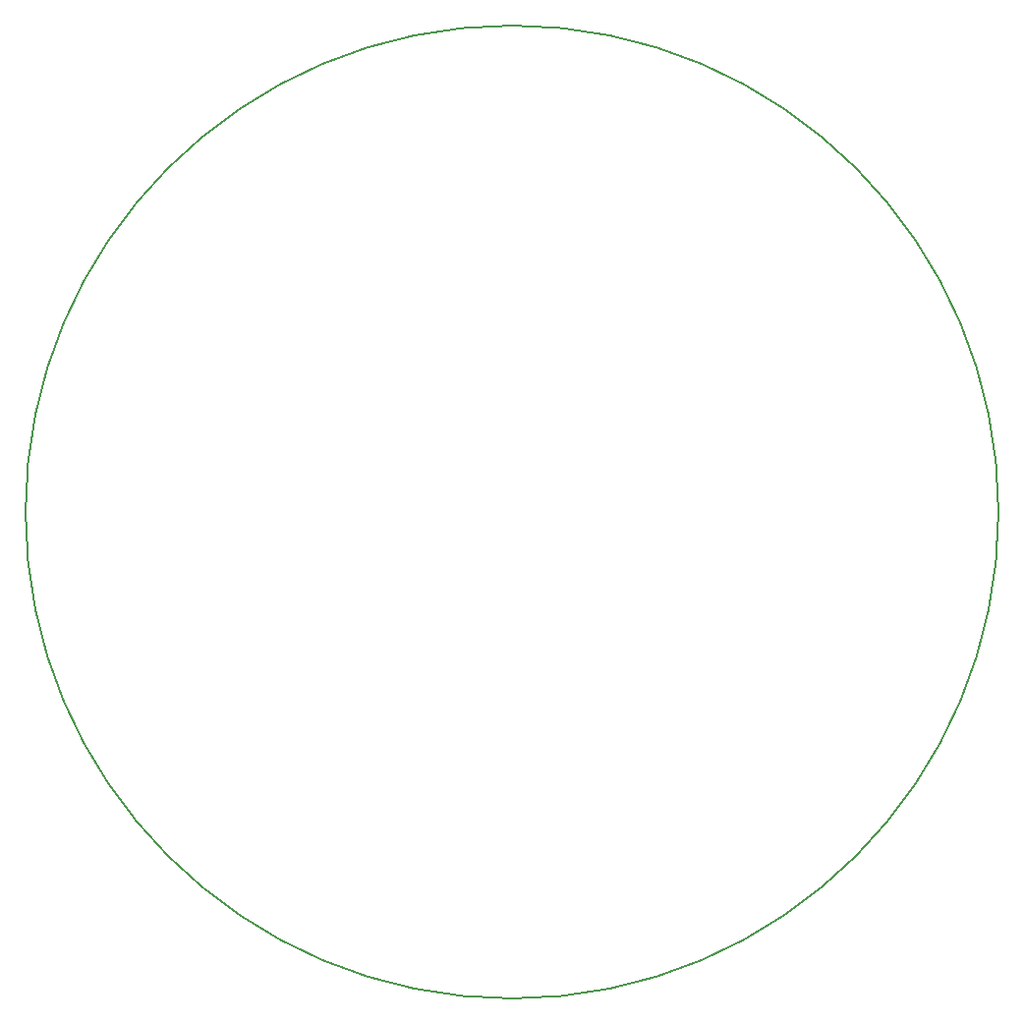
<source format=gm1>
G04 #@! TF.GenerationSoftware,KiCad,Pcbnew,7.0.11*
G04 #@! TF.CreationDate,2024-03-28T06:07:28-04:00*
G04 #@! TF.ProjectId,Motherboard,4d6f7468-6572-4626-9f61-72642e6b6963,rev?*
G04 #@! TF.SameCoordinates,Original*
G04 #@! TF.FileFunction,Profile,NP*
%FSLAX46Y46*%
G04 Gerber Fmt 4.6, Leading zero omitted, Abs format (unit mm)*
G04 Created by KiCad (PCBNEW 7.0.11) date 2024-03-28 06:07:28*
%MOMM*%
%LPD*%
G01*
G04 APERTURE LIST*
G04 #@! TA.AperFunction,Profile*
%ADD10C,0.200000*%
G04 #@! TD*
G04 APERTURE END LIST*
D10*
X233960000Y-122905000D02*
G75*
G03*
X150140000Y-122905000I-41910000J0D01*
G01*
X150140000Y-122905000D02*
G75*
G03*
X233960000Y-122905000I41910000J0D01*
G01*
M02*

</source>
